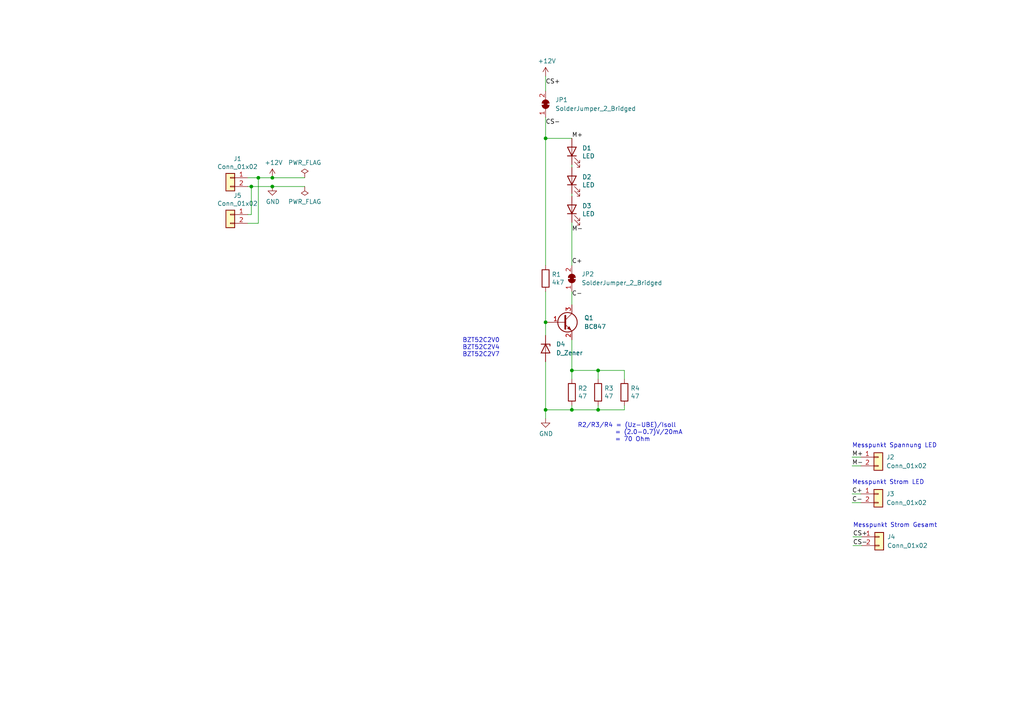
<source format=kicad_sch>
(kicad_sch (version 20231120) (generator "eeschema") (generator_version "8.0")
  (paper "A4")
  (title_block (date "2023-12-27") (rev "1.1"))
  (lib_symbols
    (symbol "Connector_Generic:Conn_01x02" (pin_names (offset 1.016) hide)
      (property "Reference" "J" (at 0 2.54 0))
      (property "Value" "Conn_01x02" (at 0 -5.08 0))
      (symbol "Conn_01x02_1_1"
        (rectangle (start -1.27 -2.413) (end 0 -2.667) (stroke (width 0.1524)))
        (rectangle (start -1.27 0.127) (end 0 -0.127) (stroke (width 0.1524)))
        (rectangle (start -1.27 1.27) (end 1.27 -3.81) (stroke (width 0.254)) (fill (type background)))
        (pin passive line (at -5.08 0 0) (length 3.81) (name "Pin_1") (number "1"))
        (pin passive line (at -5.08 -2.54 0) (length 3.81) (name "Pin_2") (number "2"))
      )
    )
    (symbol "Device:D_Zener" (pin_numbers hide) (pin_names (offset 1.016) hide)
      (property "Reference" "D" (at 0 2.54 0))
      (property "Value" "D_Zener" (at 0 -2.54 0))
      (symbol "D_Zener_0_1"
        (polyline (pts (xy 1.27 0) (xy -1.27 0)))
        (polyline (pts (xy -1.27 -1.27) (xy -1.27 1.27) (xy -0.762 1.27)) (stroke (width 0.254)))
        (polyline (pts (xy 1.27 -1.27) (xy 1.27 1.27) (xy -1.27 0) (xy 1.27 -1.27)) (stroke (width 0.254)))
      )
      (symbol "D_Zener_1_1"
        (pin passive line (at -3.81 0 0) (length 2.54) (name "K") (number "1"))
        (pin passive line (at 3.81 0 180) (length 2.54) (name "A") (number "2"))
      )
    )
    (symbol "Device:LED" (pin_numbers hide) (pin_names (offset 1.016) hide)
      (property "Reference" "D" (at 0 2.54 0))
      (property "Value" "LED" (at 0 -2.54 0))
      (symbol "LED_0_1"
        (polyline (pts (xy -1.27 -1.27) (xy -1.27 1.27)) (stroke (width 0.254)))
        (polyline (pts (xy -1.27 0) (xy 1.27 0)))
        (polyline (pts (xy 1.27 -1.27) (xy 1.27 1.27) (xy -1.27 0) (xy 1.27 -1.27)) (stroke (width 0.254)))
        (polyline (pts (xy -3.048 -0.762) (xy -4.572 -2.286) (xy -3.81 -2.286) (xy -4.572 -2.286) (xy -4.572 -1.524)))
        (polyline (pts (xy -1.778 -0.762) (xy -3.302 -2.286) (xy -2.54 -2.286) (xy -3.302 -2.286) (xy -3.302 -1.524)))
      )
      (symbol "LED_1_1"
        (pin passive line (at -3.81 0 0) (length 2.54) (name "K") (number "1"))
        (pin passive line (at 3.81 0 180) (length 2.54) (name "A") (number "2"))
      )
    )
    (symbol "Device:R" (pin_numbers hide) (pin_names (offset 0))
      (property "Reference" "R" (at 2.032 0 90))
      (property "Value" "R" (at 0 0 90))
      (symbol "R_0_1"
        (rectangle (start -1.016 -2.54) (end 1.016 2.54) (stroke (width 0.254)))
      )
      (symbol "R_1_1"
        (pin passive line (at 0 3.81 270) (length 1.27) (name "~") (number "1"))
        (pin passive line (at 0 -3.81 90) (length 1.27) (name "~") (number "2"))
      )
    )
    (symbol "Jumper:SolderJumper_2_Bridged" (pin_names (offset 0) hide)
      (property "Reference" "JP" (at 0 2.032 0))
      (property "Value" "SolderJumper_2_Bridged" (at 0 -2.54 0))
      (symbol "SolderJumper_2_Bridged_0_1"
        (rectangle (start -0.508 0.508) (end 0.508 -0.508) (fill (type outline)))
        (arc (start -0.254 1.016) (mid -1.2655 0) (end -0.254 -1.016))
        (arc (start -0.254 1.016) (mid -1.2655 0) (end -0.254 -1.016) (fill (type outline)))
        (polyline (pts (xy -0.254 1.016) (xy -0.254 -1.016)))
        (polyline (pts (xy 0.254 1.016) (xy 0.254 -1.016)))
        (arc (start 0.254 -1.016) (mid 1.2655 0) (end 0.254 1.016))
        (arc (start 0.254 -1.016) (mid 1.2655 0) (end 0.254 1.016) (fill (type outline)))
      )
      (symbol "SolderJumper_2_Bridged_1_1"
        (pin passive line (at -3.81 0 0) (length 2.54) (name "A") (number "1"))
        (pin passive line (at 3.81 0 180) (length 2.54) (name "B") (number "2"))
      )
    )
    (symbol "Transistor_BJT:BC847" (pin_names (offset 0) hide)
      (property "Reference" "Q" (at 5.08 1.905 0))
      (property "Value" "BC847" (at 5.08 0 0))
      (symbol "BC847_0_1"
        (polyline (pts (xy 0.635 0.635) (xy 2.54 2.54)))
        (polyline (pts (xy 0.635 -0.635) (xy 2.54 -2.54) (xy 2.54 -2.54)))
        (polyline (pts (xy 0.635 1.905) (xy 0.635 -1.905) (xy 0.635 -1.905)) (stroke (width 0.508)))
        (polyline (pts (xy 1.27 -1.778) (xy 1.778 -1.27) (xy 2.286 -2.286) (xy 1.27 -1.778) (xy 1.27 -1.778)) (fill (type outline)))
        (circle (center 1.27 0) (radius 2.8194) (stroke (width 0.254)))
      )
      (symbol "BC847_1_1"
        (pin input line (at -5.08 0 0) (length 5.715) (name "B") (number "1"))
        (pin passive line (at 2.54 -5.08 90) (length 2.54) (name "E") (number "2"))
        (pin passive line (at 2.54 5.08 270) (length 2.54) (name "C") (number "3"))
      )
    )
    (symbol "power:+12V" (power) (pin_names (offset 0))
      (property "Value" "+12V" (at 0 3.556 0))
      (symbol "+12V_0_1"
        (polyline (pts (xy -0.762 1.27) (xy 0 2.54)))
        (polyline (pts (xy 0 0) (xy 0 2.54)))
        (polyline (pts (xy 0 2.54) (xy 0.762 1.27)))
      )
      (symbol "+12V_1_1"
        (pin power_in line (at 0 0 90) (length 0) hide (name "+12V") (number "1"))
      )
    )
    (symbol "power:GND" (power) (pin_names (offset 0))
      (property "Value" "GND" (at 0 -3.81 0))
      (symbol "GND_0_1"
        (polyline (pts (xy 0 0) (xy 0 -1.27) (xy 1.27 -1.27) (xy 0 -2.54) (xy -1.27 -1.27) (xy 0 -1.27)))
      )
      (symbol "GND_1_1"
        (pin power_in line (at 0 0 270) (length 0) hide (name "GND") (number "1"))
      )
    )
    (symbol "power:PWR_FLAG" (power) (pin_numbers hide) (pin_names (offset 0) hide)
      (property "Value" "PWR_FLAG" (at 0 3.81 0))
      (symbol "PWR_FLAG_0_0"
        (pin power_out line (at 0 0 90) (length 0) (name "pwr") (number "1"))
      )
      (symbol "PWR_FLAG_0_1"
        (polyline (pts (xy 0 0) (xy 0 1.27) (xy -1.016 1.905) (xy 0 2.54) (xy 1.016 1.905) (xy 0 1.27)))
      )
    )
  )
  (junction (at 72.898 54.102))
  (junction (at 158.242 40.132))
  (junction (at 173.482 118.872))
  (junction (at 74.93 51.562))
  (junction (at 165.862 107.442))
  (junction (at 165.862 118.872))
  (junction (at 158.242 118.872))
  (junction (at 158.242 93.472))
  (junction (at 78.994 51.562))
  (junction (at 173.482 107.442))
  (junction (at 78.994 54.102))
  (wire (pts (xy 247.396 155.702) (xy 249.936 155.702)))
  (wire (pts (xy 181.102 109.982) (xy 181.102 107.442)))
  (wire (pts (xy 173.482 117.602) (xy 173.482 118.872)))
  (wire (pts (xy 165.862 64.516) (xy 165.862 76.962)))
  (wire (pts (xy 165.862 98.552) (xy 165.862 107.442)))
  (wire (pts (xy 247.396 158.242) (xy 249.936 158.242)))
  (wire (pts (xy 247.142 143.256) (xy 249.682 143.256)))
  (wire (pts (xy 158.242 93.472) (xy 158.242 97.282)))
  (wire (pts (xy 78.994 51.562) (xy 88.392 51.562)))
  (wire (pts (xy 165.862 107.442) (xy 165.862 109.982)))
  (wire (pts (xy 247.142 132.588) (xy 249.682 132.588)))
  (wire (pts (xy 71.882 54.102) (xy 72.898 54.102)))
  (wire (pts (xy 165.862 48.514) (xy 165.862 47.752)))
  (wire (pts (xy 158.242 76.962) (xy 158.242 40.132)))
  (wire (pts (xy 71.882 62.23) (xy 72.898 62.23)))
  (wire (pts (xy 181.102 118.872) (xy 173.482 118.872)))
  (wire (pts (xy 158.242 121.412) (xy 158.242 118.872)))
  (wire (pts (xy 158.242 22.098) (xy 158.242 26.416)))
  (wire (pts (xy 158.242 104.902) (xy 158.242 118.872)))
  (wire (pts (xy 165.862 56.896) (xy 165.862 56.134)))
  (wire (pts (xy 71.882 64.77) (xy 74.93 64.77)))
  (wire (pts (xy 181.102 107.442) (xy 173.482 107.442)))
  (wire (pts (xy 71.882 51.562) (xy 74.93 51.562)))
  (wire (pts (xy 247.142 145.796) (xy 249.682 145.796)))
  (wire (pts (xy 72.898 54.102) (xy 72.898 62.23)))
  (wire (pts (xy 72.898 54.102) (xy 78.994 54.102)))
  (wire (pts (xy 158.242 40.132) (xy 165.862 40.132)))
  (wire (pts (xy 165.862 84.582) (xy 165.862 88.392)))
  (wire (pts (xy 158.242 34.036) (xy 158.242 40.132)))
  (wire (pts (xy 181.102 117.602) (xy 181.102 118.872)))
  (wire (pts (xy 165.862 118.872) (xy 165.862 117.602)))
  (wire (pts (xy 173.482 107.442) (xy 165.862 107.442)))
  (wire (pts (xy 74.93 51.562) (xy 78.994 51.562)))
  (wire (pts (xy 78.994 54.102) (xy 88.392 54.102)))
  (wire (pts (xy 173.482 118.872) (xy 165.862 118.872)))
  (wire (pts (xy 247.142 135.128) (xy 249.682 135.128)))
  (wire (pts (xy 158.242 84.582) (xy 158.242 93.472)))
  (wire (pts (xy 74.93 51.562) (xy 74.93 64.77)))
  (wire (pts (xy 173.482 109.982) (xy 173.482 107.442)))
  (wire (pts (xy 158.242 118.872) (xy 165.862 118.872)))
  (text "R2/R3/R4 = (Uz-UBE)/Isoll\n		 = (2.0-0.7)V/20mA \n		 = 70 Ohm" (at 167.513 128.27 0) (effects (font (size 1.27 1.27)) (justify left bottom)))
  (text "Messpunkt Strom LED" (at 247.142 140.716 0) (effects (font (size 1.27 1.27)) (justify left bottom)))
  (text "BZT52C2V0\nBZT52C2V4\nBZT52C2V7" (at 134.112 103.632 0) (effects (font (size 1.27 1.27)) (justify left bottom)))
  (text "Messpunkt Spannung LED" (at 247.142 130.048 0) (effects (font (size 1.27 1.27)) (justify left bottom)))
  (text "Messpunkt Strom Gesamt" (at 247.396 153.162 0) (effects (font (size 1.27 1.27)) (justify left bottom)))
  (label "M+" (at 247.142 132.588 0))
  (label "C+" (at 247.142 143.256 0))
  (label "C+" (at 165.862 76.708 0))
  (label "M-" (at 247.142 135.128 0))
  (label "M+" (at 165.862 40.132 0))
  (label "CS+" (at 247.396 155.702 0))
  (label "C-" (at 247.142 145.796 0))
  (label "CS+" (at 158.242 24.638 0))
  (label "CS-" (at 247.396 158.242 0))
  (label "C-" (at 165.862 86.106 0))
  (label "M-" (at 165.862 67.31 0))
  (label "CS-" (at 158.242 36.322 0))
  (symbol (lib_id "power:PWR_FLAG") (at 88.392 54.102 180) (unit 1)
    (property "Reference" "#FLG02" (effects (hide yes)))
    (property "Value" "PWR_FLAG" (at 88.392 58.4962 0))
  )
  (symbol (lib_id "Device:R") (at 165.862 113.792 0) (unit 1)
    (property "Reference" "R2" (at 167.64 112.6236 0) (effects (justify left)))
    (property "Value" "47" (at 167.64 114.935 0) (effects (justify left)))
    (property "Footprint" "Resistor_SMD:R_1206_3216Metric_Pad1.30x1.75mm_HandSolder" (effects (hide yes)))
  )
  (symbol (lib_id "power:PWR_FLAG") (at 88.392 51.562 0) (unit 1)
    (property "Reference" "#FLG01" (effects (hide yes)))
    (property "Value" "PWR_FLAG" (at 88.392 47.1678 0))
  )
  (symbol (lib_id "Connector_Generic:Conn_01x02") (at 254.762 143.256 0) (unit 1)
    (property "Reference" "J3" (at 257.048 143.2559 0) (effects (justify left)))
    (property "Value" "Conn_01x02" (at 257.048 145.7959 0) (effects (justify left)))
    (property "Footprint" "Connector_PinHeader_2.54mm:PinHeader_1x02_P2.54mm_Vertical" (effects (hide yes)))
  )
  (symbol (lib_id "power:GND") (at 78.994 54.102 0) (unit 1)
    (property "Reference" "#PWR03" (effects (hide yes)))
    (property "Value" "GND" (at 79.121 58.4962 0))
  )
  (symbol (lib_id "Jumper:SolderJumper_2_Bridged") (at 158.242 30.226 90) (unit 1)
    (property "Reference" "JP1" (at 161.036 28.9559 90) (effects (justify right)))
    (property "Value" "SolderJumper_2_Bridged" (at 161.036 31.4959 90) (effects (justify right)))
    (property "Footprint" "Jumper:SolderJumper-2_P1.3mm_Bridged2Bar_RoundedPad1.0x1.5mm" (effects (hide yes)))
  )
  (symbol (lib_id "Transistor_BJT:BC847") (at 163.322 93.472 0) (unit 1)
    (property "Reference" "Q1" (at 169.418 92.2019 0) (effects (justify left)))
    (property "Value" "BC847" (at 169.418 94.7419 0) (effects (justify left)))
    (property "Footprint" "Package_TO_SOT_SMD:SOT-23_Handsoldering" (effects (hide yes)))
    (property "Datasheet" "http://www.infineon.com/dgdl/Infineon-BC847SERIES_BC848SERIES_BC849SERIES_BC850SERIES-DS-v01_01-en.pdf?fileId=db3a304314dca389011541d4630a1657" (effects (hide yes)))
  )
  (symbol (lib_id "Device:LED") (at 165.862 60.706 90) (unit 1)
    (property "Reference" "D3" (at 168.8592 59.7154 90) (effects (justify right)))
    (property "Value" "LED" (at 168.8592 62.0268 90) (effects (justify right)))
    (property "Footprint" "LED_SMD_LMWB:LED_3528_Handsolder_XL" (effects (hide yes)))
  )
  (symbol (lib_id "power:GND") (at 158.242 121.412 0) (unit 1)
    (property "Reference" "#PWR04" (effects (hide yes)))
    (property "Value" "GND" (at 158.369 125.8062 0))
  )
  (symbol (lib_id "Device:R") (at 173.482 113.792 0) (unit 1)
    (property "Reference" "R3" (at 175.26 112.6236 0) (effects (justify left)))
    (property "Value" "47" (at 175.26 114.935 0) (effects (justify left)))
    (property "Footprint" "Resistor_SMD:R_1206_3216Metric_Pad1.30x1.75mm_HandSolder" (effects (hide yes)))
  )
  (symbol (lib_id "Device:LED") (at 165.862 52.324 90) (unit 1)
    (property "Reference" "D2" (at 168.8592 51.3334 90) (effects (justify right)))
    (property "Value" "LED" (at 168.8592 53.6448 90) (effects (justify right)))
    (property "Footprint" "LED_SMD_LMWB:LED_3528_Handsolder_XL" (effects (hide yes)))
  )
  (symbol (lib_id "power:+12V") (at 78.994 51.562 0) (unit 1)
    (property "Reference" "#PWR02" (effects (hide yes)))
    (property "Value" "+12V" (at 79.375 47.1678 0))
  )
  (symbol (lib_id "Connector_Generic:Conn_01x02") (at 254.762 132.588 0) (unit 1)
    (property "Reference" "J2" (at 257.048 132.5879 0) (effects (justify left)))
    (property "Value" "Conn_01x02" (at 257.048 135.1279 0) (effects (justify left)))
    (property "Footprint" "Connector_PinHeader_2.54mm:PinHeader_1x02_P2.54mm_Vertical" (effects (hide yes)))
  )
  (symbol (lib_id "Device:R") (at 181.102 113.792 0) (unit 1)
    (property "Reference" "R4" (at 182.88 112.6236 0) (effects (justify left)))
    (property "Value" "47" (at 182.88 114.935 0) (effects (justify left)))
    (property "Footprint" "Resistor_SMD:R_1206_3216Metric_Pad1.30x1.75mm_HandSolder" (effects (hide yes)))
  )
  (symbol (lib_id "Connector_Generic:Conn_01x02") (at 66.802 51.562 0) (mirror y) (unit 1)
    (property "Reference" "J1" (at 68.8848 46.0502 0))
    (property "Value" "Conn_01x02" (at 68.8848 48.3616 0))
    (property "Footprint" "Connector_PinHeader_2.54mm:PinHeader_1x02_P2.54mm_Horizontal" (effects (hide yes)))
  )
  (symbol (lib_id "Jumper:SolderJumper_2_Bridged") (at 165.862 80.772 90) (unit 1)
    (property "Reference" "JP2" (at 168.656 79.5019 90) (effects (justify right)))
    (property "Value" "SolderJumper_2_Bridged" (at 168.656 82.0419 90) (effects (justify right)))
    (property "Footprint" "Jumper:SolderJumper-2_P1.3mm_Bridged2Bar_RoundedPad1.0x1.5mm" (effects (hide yes)))
  )
  (symbol (lib_id "Device:LED") (at 165.862 43.942 90) (unit 1)
    (property "Reference" "D1" (at 168.8592 42.9514 90) (effects (justify right)))
    (property "Value" "LED" (at 168.8592 45.2628 90) (effects (justify right)))
    (property "Footprint" "LED_SMD_LMWB:LED_3528_Handsolder_XL" (effects (hide yes)))
  )
  (symbol (lib_id "Connector_Generic:Conn_01x02") (at 66.802 62.23 0) (mirror y) (unit 1)
    (property "Reference" "J5" (at 68.8848 56.7182 0))
    (property "Value" "Conn_01x02" (at 68.8848 59.0296 0))
    (property "Footprint" "Connector_PinHeader_2.54mm:PinHeader_1x02_P2.54mm_Horizontal" (effects (hide yes)))
  )
  (symbol (lib_id "Device:R") (at 158.242 80.772 0) (unit 1)
    (property "Reference" "R1" (at 160.02 79.6036 0) (effects (justify left)))
    (property "Value" "4k7" (at 160.02 81.915 0) (effects (justify left)))
    (property "Footprint" "Resistor_SMD:R_1206_3216Metric_Pad1.30x1.75mm_HandSolder" (effects (hide yes)))
  )
  (symbol (lib_id "Connector_Generic:Conn_01x02") (at 255.016 155.702 0) (unit 1)
    (property "Reference" "J4" (at 257.302 155.7019 0) (effects (justify left)))
    (property "Value" "Conn_01x02" (at 257.302 158.2419 0) (effects (justify left)))
    (property "Footprint" "Connector_PinHeader_2.54mm:PinHeader_1x02_P2.54mm_Vertical" (effects (hide yes)))
  )
  (symbol (lib_id "Device:D_Zener") (at 158.242 101.092 270) (unit 1)
    (property "Reference" "D4" (at 161.29 99.8219 90) (effects (justify left)))
    (property "Value" "D_Zener" (at 161.29 102.3619 90) (effects (justify left)))
    (property "Footprint" "LED_SMD_LMWB:D_SOD-123_HandsolderXL" (effects (hide yes)))
  )
  (symbol (lib_id "power:+12V") (at 158.242 22.098 0) (unit 1)
    (property "Reference" "#PWR01" (effects (hide yes)))
    (property "Value" "+12V" (at 158.623 17.7038 0))
  )
)
</source>
